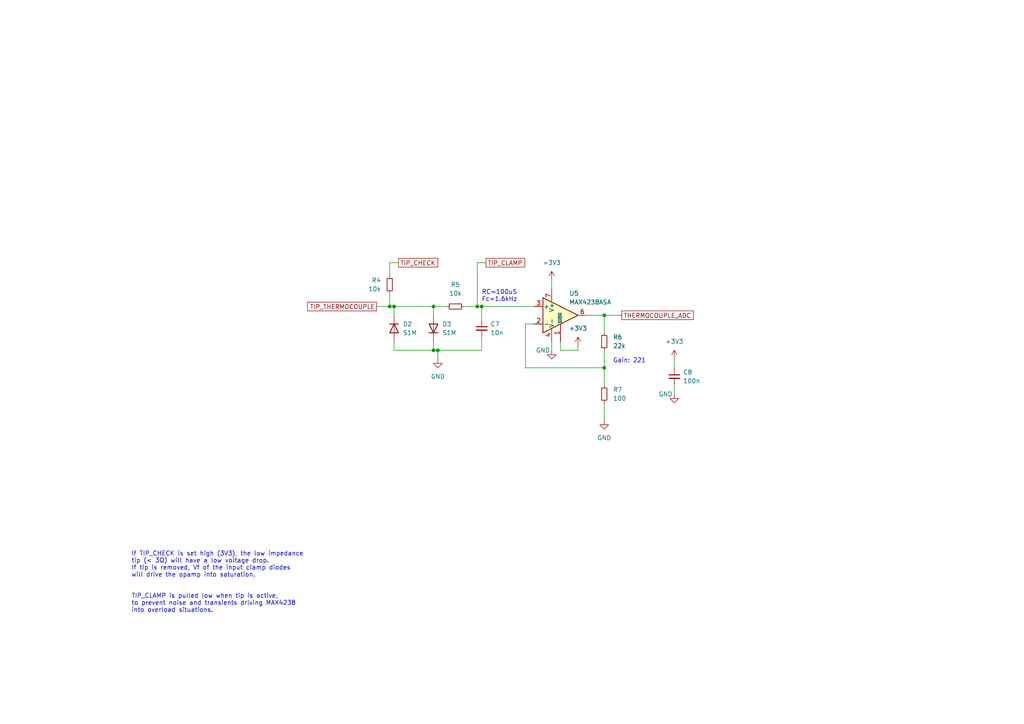
<source format=kicad_sch>
(kicad_sch (version 20211123) (generator eeschema)
  (paper "A4")
  (title_block (title "OpenSolder Station Schematic") (date "2023-01-23") (rev "1.1") (comment 1 "Licence: GPL-3.0") (comment 2 "Designer: Håvard Jakobsen") (comment 4 "OpenSolder - JBC T245 compatible soldering station"))
  (lib_symbols
    (symbol "0_Howie:S1M" (pin_numbers hide) (pin_names (offset 1.016) hide)
      (property "Reference" "D" (at 0 2.54 0))
      (property "Value" "S1M" (at 0 -2.54 0))
      (symbol "S1M_0_1"
        (polyline (pts (xy -1.27 1.27) (xy -1.27 -1.27)) (stroke (width 0.254)))
        (polyline (pts (xy 1.27 0) (xy -1.27 0)))
        (polyline (pts (xy 1.27 1.27) (xy 1.27 -1.27) (xy -1.27 0) (xy 1.27 1.27)) (stroke (width 0.254)))
      )
      (symbol "S1M_1_1"
        (pin passive line (at -3.81 0 0) (length 2.54) (name "K") (number "1"))
        (pin passive line (at 3.81 0 180) (length 2.54) (name "A") (number "2"))
      )
    )
    (symbol "Amplifier_Operational:MAX4238ASA" (pin_names (offset 0.127))
      (property "Reference" "U" (at 0 6.35 0))
      (property "Value" "MAX4238ASA" (at 0 3.81 0))
      (symbol "MAX4238ASA_0_1"
        (polyline (pts (xy -5.08 5.08) (xy 5.08 0) (xy -5.08 -5.08) (xy -5.08 5.08)) (stroke (width 0.254)) (fill (type background)))
      )
      (symbol "MAX4238ASA_1_1"
        (pin input line (at 0 -7.62 90) (length 5.08) (name "~{SHDN}") (number "1"))
        (pin input line (at -7.62 -2.54 0) (length 2.54) (name "-") (number "2"))
        (pin input line (at -7.62 2.54 0) (length 2.54) (name "+") (number "3"))
        (pin power_in line (at -2.54 -7.62 90) (length 3.81) (name "V-") (number "4"))
        (pin no_connect line (at 0 -2.54 90) (length 2.54) hide (name "NC") (number "5"))
        (pin output line (at 7.62 0 180) (length 2.54) (name "~") (number "6"))
        (pin power_in line (at -2.54 7.62 270) (length 3.81) (name "V+") (number "7"))
        (pin no_connect line (at 0 2.54 270) (length 2.54) hide (name "NC") (number "8"))
      )
    )
    (symbol "Device:C_Small" (pin_numbers hide) (pin_names (offset 0.254) hide)
      (property "Reference" "C" (at 0.254 1.778 0))
      (property "Value" "C_Small" (at 0.254 -2.032 0))
      (symbol "C_Small_0_1"
        (polyline (pts (xy -1.524 -0.508) (xy 1.524 -0.508)) (stroke (width 0.3302)))
        (polyline (pts (xy -1.524 0.508) (xy 1.524 0.508)) (stroke (width 0.3048)))
      )
      (symbol "C_Small_1_1"
        (pin passive line (at 0 2.54 270) (length 2.032) (name "~") (number "1"))
        (pin passive line (at 0 -2.54 90) (length 2.032) (name "~") (number "2"))
      )
    )
    (symbol "Device:R_Small" (pin_numbers hide) (pin_names (offset 0.254) hide)
      (property "Reference" "R" (at 0.762 0.508 0))
      (property "Value" "R_Small" (at 0.762 -1.016 0))
      (symbol "R_Small_0_1"
        (rectangle (start -0.762 1.778) (end 0.762 -1.778) (stroke (width 0.2032)))
      )
      (symbol "R_Small_1_1"
        (pin passive line (at 0 2.54 270) (length 0.762) (name "~") (number "1"))
        (pin passive line (at 0 -2.54 90) (length 0.762) (name "~") (number "2"))
      )
    )
    (symbol "power:+3V3" (power) (pin_names (offset 0))
      (property "Value" "+3V3" (at 0 3.556 0))
      (symbol "+3V3_0_1"
        (polyline (pts (xy -0.762 1.27) (xy 0 2.54)))
        (polyline (pts (xy 0 0) (xy 0 2.54)))
        (polyline (pts (xy 0 2.54) (xy 0.762 1.27)))
      )
      (symbol "+3V3_1_1"
        (pin power_in line (at 0 0 90) (length 0) hide (name "+3V3") (number "1"))
      )
    )
    (symbol "power:GND" (power) (pin_names (offset 0))
      (property "Value" "GND" (at 0 -3.81 0))
      (symbol "GND_0_1"
        (polyline (pts (xy 0 0) (xy 0 -1.27) (xy 1.27 -1.27) (xy 0 -2.54) (xy -1.27 -1.27) (xy 0 -1.27)))
      )
      (symbol "GND_1_1"
        (pin power_in line (at 0 0 270) (length 0) hide (name "GND") (number "1"))
      )
    )
  )
  (junction (at 114.3 88.9))
  (junction (at 175.26 91.44) (diameter 0.9144))
  (junction (at 139.7 88.9))
  (junction (at 175.26 106.68))
  (junction (at 138.43 88.9))
  (junction (at 125.73 101.6))
  (junction (at 125.73 88.9))
  (junction (at 127 101.6))
  (junction (at 113.03 88.9))
  (wire (pts (xy 162.56 101.6) (xy 162.56 99.06)))
  (wire (pts (xy 114.3 88.9) (xy 114.3 91.44)))
  (wire (pts (xy 114.3 99.06) (xy 114.3 101.6)))
  (wire (pts (xy 114.3 101.6) (xy 125.73 101.6)))
  (wire (pts (xy 152.4 106.68) (xy 175.26 106.68)))
  (wire (pts (xy 125.73 88.9) (xy 129.54 88.9)))
  (wire (pts (xy 195.58 104.14) (xy 195.58 106.68)))
  (wire (pts (xy 160.02 99.06) (xy 160.02 101.6)))
  (wire (pts (xy 125.73 101.6) (xy 127 101.6)))
  (wire (pts (xy 139.7 97.79) (xy 139.7 101.6)))
  (wire (pts (xy 162.56 101.6) (xy 167.64 101.6)))
  (wire (pts (xy 138.43 76.2) (xy 140.97 76.2)))
  (wire (pts (xy 127 101.6) (xy 139.7 101.6)))
  (wire (pts (xy 113.03 76.2) (xy 113.03 80.01)))
  (wire (pts (xy 113.03 88.9) (xy 114.3 88.9)))
  (wire (pts (xy 167.64 101.6) (xy 167.64 100.33)))
  (wire (pts (xy 175.26 91.44) (xy 175.26 96.52)))
  (wire (pts (xy 139.7 92.71) (xy 139.7 88.9)))
  (wire (pts (xy 170.18 91.44) (xy 175.26 91.44)))
  (wire (pts (xy 139.7 88.9) (xy 154.94 88.9)))
  (wire (pts (xy 113.03 76.2) (xy 115.57 76.2)))
  (wire (pts (xy 175.26 101.6) (xy 175.26 106.68)))
  (wire (pts (xy 175.26 106.68) (xy 175.26 111.76)))
  (wire (pts (xy 113.03 85.09) (xy 113.03 88.9)))
  (wire (pts (xy 152.4 93.98) (xy 152.4 106.68)))
  (wire (pts (xy 160.02 81.28) (xy 160.02 83.82)))
  (wire (pts (xy 125.73 88.9) (xy 125.73 91.44)))
  (wire (pts (xy 180.34 91.44) (xy 175.26 91.44)))
  (wire (pts (xy 125.73 99.06) (xy 125.73 101.6)))
  (wire (pts (xy 138.43 88.9) (xy 139.7 88.9)))
  (wire (pts (xy 109.22 88.9) (xy 113.03 88.9)))
  (wire (pts (xy 114.3 88.9) (xy 125.73 88.9)))
  (wire (pts (xy 138.43 76.2) (xy 138.43 88.9)))
  (wire (pts (xy 127 101.6) (xy 127 104.14)))
  (wire (pts (xy 134.62 88.9) (xy 138.43 88.9)))
  (wire (pts (xy 195.58 111.76) (xy 195.58 114.3)))
  (wire (pts (xy 154.94 93.98) (xy 152.4 93.98)))
  (wire (pts (xy 175.26 116.84) (xy 175.26 121.92)))
  (text "Gain: 221" (at 177.8 105.41 0) (effects (font (size 1.27 1.27)) (justify left bottom)))
  (text "RC=100uS\nFc=1.6kHz" (at 139.7 87.63 0) (effects (font (size 1.27 1.27)) (justify left bottom)))
  (text "If TIP_CHECK is set high (3V3), the low impedance\ntip (< 3Ω) will have a low voltage drop.\nIf tip is removed, Vf of the input clamp diodes\nwill drive the opamp into saturation.\n\n\nTIP_CLAMP is pulled low when tip is active,\nto prevent noise and transients driving MAX4238\ninto overload situations." (at 38.1 177.8 0) (effects (font (size 1.27 1.27)) (justify left bottom)))
  (global_label "TIP_CLAMP" (shape passive) (at 140.97 76.2 0) (property "Intersheet References" "${INTERSHEET_REFS}" (effects hide)))
  (global_label "TIP_CHECK" (shape passive) (at 115.57 76.2 0) (property "Intersheet References" "${INTERSHEET_REFS}" (effects hide)))
  (global_label "THERMOCOUPLE_ADC" (shape passive) (at 180.34 91.44 0) (property "Intersheet References" "${INTERSHEET_REFS}" (effects hide)))
  (global_label "TIP_THERMOCOUPLE" (shape passive) (at 109.22 88.9 180) (property "Intersheet References" "${INTERSHEET_REFS}" (effects hide)))
  (symbol (lib_id "Device:C_Small") (at 139.7 95.25 0) (unit 1)
    (property "Reference" "C7" (at 142.24 93.9799 0) (effects (justify left)))
    (property "Value" "10n" (at 142.24 96.5199 0) (effects (justify left)))
    (property "Footprint" "Capacitor_SMD:C_0805_2012Metric" (effects hide))
  )
  (symbol (lib_id "Amplifier_Operational:MAX4238ASA") (at 162.56 91.44 0) (unit 1)
    (property "Reference" "U5" (at 165.1 85.0899 0) (effects (justify left)))
    (property "Value" "MAX4238ASA" (at 165.1 87.6299 0) (effects (justify left)))
    (property "Footprint" "Package_SO:SOIC-8_3.9x4.9mm_P1.27mm" (effects hide))
    (property "Datasheet" "http://datasheets.maximintegrated.com/en/ds/MAX4238-MAX4239.pdf" (effects hide))
  )
  (symbol (lib_id "power:GND") (at 195.58 114.3 0) (unit 1)
    (property "Reference" "#PWR015" (effects hide))
    (property "Value" "GND" (at 193.04 114.3 0))
  )
  (symbol (lib_id "power:GND") (at 160.02 101.6 0) (unit 1)
    (property "Reference" "#PWR011" (effects hide))
    (property "Value" "GND" (at 157.48 101.6 0))
  )
  (symbol (lib_id "power:+3V3") (at 195.58 104.14 0) (unit 1)
    (property "Reference" "#PWR014" (effects hide))
    (property "Value" "+3V3" (at 195.58 99.06 0))
  )
  (symbol (lib_id "power:GND") (at 175.26 121.92 0) (unit 1)
    (property "Reference" "#PWR013" (effects hide))
    (property "Value" "GND" (at 175.26 127 0))
  )
  (symbol (lib_id "power:+3V3") (at 160.02 81.28 0) (unit 1)
    (property "Reference" "#PWR010" (effects hide))
    (property "Value" "+3V3" (at 160.02 76.2 0))
  )
  (symbol (lib_id "Device:R_Small") (at 113.03 82.55 0) (mirror x) (unit 1)
    (property "Reference" "R4" (at 110.49 81.2799 0) (effects (justify right)))
    (property "Value" "10k" (at 110.49 83.8199 0) (effects (justify right)))
    (property "Footprint" "Resistor_SMD:R_0805_2012Metric" (effects hide))
  )
  (symbol (lib_id "power:+3V3") (at 167.64 100.33 0) (unit 1)
    (property "Reference" "#PWR0102" (effects hide))
    (property "Value" "+3V3" (at 167.64 95.25 0))
  )
  (symbol (lib_id "0_Howie:S1M") (at 125.73 95.25 90) (unit 1)
    (property "Reference" "D3" (at 128.27 93.9799 90) (effects (justify right)))
    (property "Value" "S1M" (at 128.27 96.5199 90) (effects (justify right)))
    (property "Footprint" "Diode_SMD:D_SMA" (effects hide))
  )
  (symbol (lib_id "Device:R_Small") (at 175.26 99.06 0) (unit 1)
    (property "Reference" "R6" (at 177.8 97.7899 0) (effects (justify left)))
    (property "Value" "22k" (at 177.8 100.3299 0) (effects (justify left)))
    (property "Footprint" "Resistor_SMD:R_0805_2012Metric" (effects hide))
  )
  (symbol (lib_id "Device:C_Small") (at 195.58 109.22 0) (unit 1)
    (property "Reference" "C8" (at 198.12 107.9499 0) (effects (justify left)))
    (property "Value" "100n" (at 198.12 110.4899 0) (effects (justify left)))
    (property "Footprint" "Capacitor_SMD:C_0805_2012Metric" (effects hide))
  )
  (symbol (lib_id "Device:R_Small") (at 175.26 114.3 0) (unit 1)
    (property "Reference" "R7" (at 177.8 113.0299 0) (effects (justify left)))
    (property "Value" "100" (at 177.8 115.5699 0) (effects (justify left)))
    (property "Footprint" "Resistor_SMD:R_0805_2012Metric" (effects hide))
  )
  (symbol (lib_id "Device:R_Small") (at 132.08 88.9 270) (mirror x) (unit 1)
    (property "Reference" "R5" (at 132.08 82.55 90))
    (property "Value" "10k" (at 132.08 85.09 90))
    (property "Footprint" "Resistor_SMD:R_0805_2012Metric" (effects hide))
  )
  (symbol (lib_id "0_Howie:S1M") (at 114.3 95.25 270) (unit 1)
    (property "Reference" "D2" (at 116.84 93.9799 90) (effects (justify left)))
    (property "Value" "S1M" (at 116.84 96.5199 90) (effects (justify left)))
    (property "Footprint" "Diode_SMD:D_SMA" (effects hide))
  )
  (symbol (lib_id "power:GND") (at 127 104.14 0) (unit 1)
    (property "Reference" "#PWR09" (effects hide))
    (property "Value" "GND" (at 127 109.22 0))
  )
)
</source>
